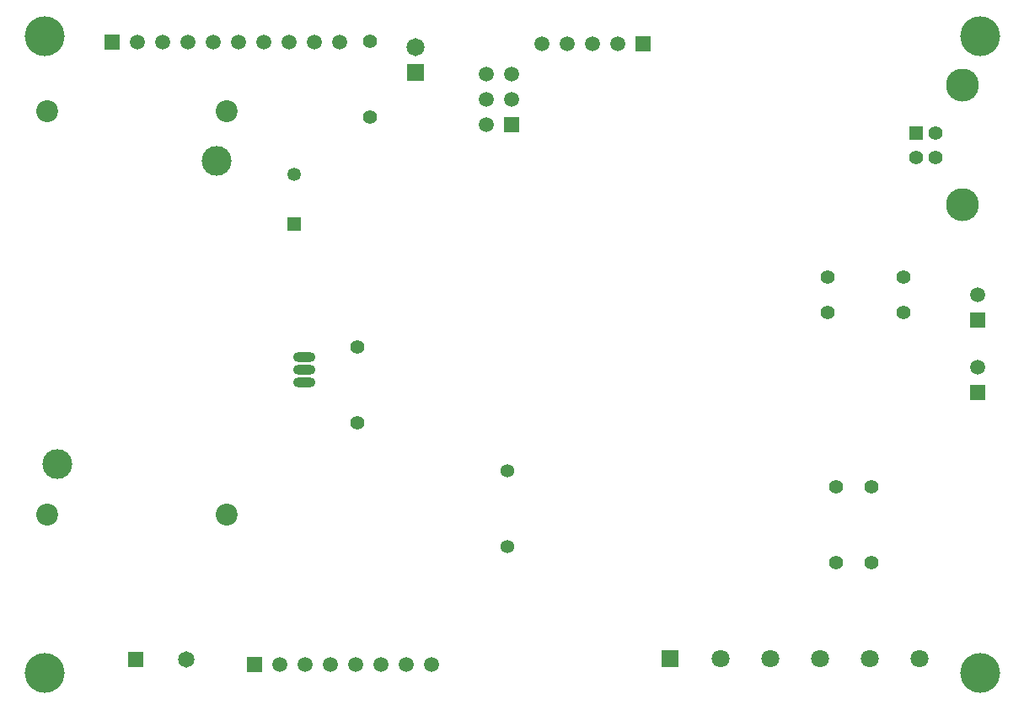
<source format=gbr>
%TF.GenerationSoftware,Altium Limited,Altium Designer,22.8.2 (66)*%
G04 Layer_Color=255*
%FSLAX45Y45*%
%MOMM*%
%TF.SameCoordinates,BD556100-397B-4985-8EB5-C039F1F1876F*%
%TF.FilePolarity,Positive*%
%TF.FileFunction,Pads,Bot*%
%TF.Part,Single*%
G01*
G75*
%TA.AperFunction,ComponentPad*%
%ADD26C,2.20000*%
%ADD27C,3.00000*%
%ADD28C,1.40000*%
%ADD29R,1.50000X1.50000*%
%ADD30C,1.50000*%
%ADD31O,2.22000X1.00000*%
%ADD32R,1.50000X1.50000*%
%ADD33C,1.81500*%
%ADD34R,1.81500X1.81500*%
%ADD35C,1.35800*%
%TA.AperFunction,ViaPad*%
%ADD36C,4.00000*%
%TA.AperFunction,ComponentPad*%
%ADD37C,1.35000*%
%ADD38R,1.35000X1.35000*%
%ADD39C,1.80000*%
%ADD40R,1.80000X1.80000*%
%ADD41R,1.65000X1.65000*%
%ADD42C,1.65000*%
%ADD43C,3.31600*%
%ADD44C,1.40800*%
%ADD45R,1.40800X1.40800*%
D26*
X332000Y1898300D02*
D03*
X2132000D02*
D03*
X332000Y5948300D02*
D03*
X2132000D02*
D03*
D27*
X2032000Y5448300D02*
D03*
X432000Y2398300D02*
D03*
D28*
X8166100Y3924300D02*
D03*
X8928100D02*
D03*
Y4279900D02*
D03*
X8166100D02*
D03*
X3568700Y6654800D02*
D03*
Y5892800D02*
D03*
X3441700Y3581400D02*
D03*
Y2819400D02*
D03*
X8610600Y1409700D02*
D03*
Y2171700D02*
D03*
X8255000D02*
D03*
Y1409700D02*
D03*
D29*
X9680100Y3124200D02*
D03*
X4991100Y5816600D02*
D03*
X9677400Y3848100D02*
D03*
D30*
X9680100Y3378200D02*
D03*
X1231900Y6642100D02*
D03*
X1739900D02*
D03*
X1993900D02*
D03*
X2247900D02*
D03*
X2501900D02*
D03*
X2755900D02*
D03*
X3009900D02*
D03*
X3263900D02*
D03*
X1485900D02*
D03*
X4737100Y6324600D02*
D03*
X4991100D02*
D03*
X4737100Y6070600D02*
D03*
X4991100D02*
D03*
X4737100Y5816600D02*
D03*
X4190778Y389521D02*
D03*
X3936778D02*
D03*
X3682778D02*
D03*
X3428778D02*
D03*
X3174778D02*
D03*
X2920778D02*
D03*
X2666778D02*
D03*
X9677400Y4102100D02*
D03*
X5295900Y6629400D02*
D03*
X5549900D02*
D03*
X5803900D02*
D03*
X6057900D02*
D03*
D31*
X2908475Y3479800D02*
D03*
Y3225800D02*
D03*
Y3352800D02*
D03*
D32*
X977900Y6642100D02*
D03*
X2412778Y389521D02*
D03*
X6311900Y6629400D02*
D03*
D33*
X4025900Y6591300D02*
D03*
D34*
Y6337300D02*
D03*
D35*
X4953000Y1575800D02*
D03*
Y2335800D02*
D03*
D36*
X300000Y6700000D02*
D03*
X9700000D02*
D03*
Y300000D02*
D03*
X300000D02*
D03*
D37*
X2806701Y5317300D02*
D03*
D38*
X2806699Y4817300D02*
D03*
D39*
X9089900Y444500D02*
D03*
X8589900D02*
D03*
X8089900D02*
D03*
X7589900D02*
D03*
X7089900D02*
D03*
D40*
X6589900D02*
D03*
D41*
X1219200Y437500D02*
D03*
D42*
X1727200D02*
D03*
D43*
X9525000Y6210300D02*
D03*
Y5006300D02*
D03*
D44*
X9255000Y5733300D02*
D03*
Y5483300D02*
D03*
X9055000D02*
D03*
D45*
Y5733300D02*
D03*
%TF.MD5,675a2f8ef5e529c0549cabe43281d4aa*%
M02*

</source>
